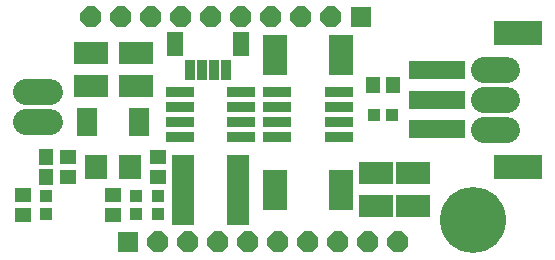
<source format=gts>
G04 EAGLE Gerber RS-274X export*
G75*
%MOMM*%
%FSLAX34Y34*%
%LPD*%
%INSoldermask Top*%
%IPPOS*%
%AMOC8*
5,1,8,0,0,1.08239X$1,22.5*%
G01*
%ADD10R,4.754000X1.554000*%
%ADD11R,4.154000X2.054000*%
%ADD12C,2.235200*%
%ADD13R,1.254000X1.354000*%
%ADD14R,2.954000X1.854000*%
%ADD15R,1.654000X2.354000*%
%ADD16R,1.854000X5.954000*%
%ADD17R,2.454000X0.854000*%
%ADD18R,1.354000X1.254000*%
%ADD19R,1.854000X2.057000*%
%ADD20R,2.054000X3.454000*%
%ADD21R,1.054000X1.054000*%
%ADD22R,0.854000X1.804000*%
%ADD23R,1.454000X2.054000*%
%ADD24R,1.778000X1.778000*%
%ADD25P,1.924489X8X112.500000*%
%ADD26P,1.924489X8X292.500000*%
%ADD27C,5.588000*%


D10*
X363350Y133350D03*
X363350Y158350D03*
X363350Y108350D03*
D11*
X431350Y190350D03*
X431350Y76350D03*
D12*
X422656Y133350D02*
X402844Y133350D01*
X402844Y158750D02*
X422656Y158750D01*
X422656Y107950D02*
X402844Y107950D01*
D13*
X31750Y67700D03*
X31750Y84700D03*
D14*
X69850Y144750D03*
X69850Y172750D03*
X107950Y144750D03*
X107950Y172750D03*
X311150Y71150D03*
X311150Y43150D03*
X342900Y71150D03*
X342900Y43150D03*
D15*
X66900Y114300D03*
X110900Y114300D03*
D16*
X147950Y57150D03*
X194950Y57150D03*
D12*
X35306Y139700D02*
X15494Y139700D01*
X15494Y114300D02*
X35306Y114300D01*
D17*
X197450Y114300D03*
X145450Y114300D03*
X197450Y101600D03*
X197450Y127000D03*
X197450Y139700D03*
X145450Y101600D03*
X145450Y127000D03*
X145450Y139700D03*
X280000Y114300D03*
X228000Y114300D03*
X280000Y101600D03*
X280000Y127000D03*
X280000Y139700D03*
X228000Y101600D03*
X228000Y127000D03*
X228000Y139700D03*
D18*
X50800Y67700D03*
X50800Y84700D03*
D19*
X74680Y76200D03*
X103120Y76200D03*
D20*
X282000Y171450D03*
X226000Y171450D03*
X226000Y57150D03*
X282000Y57150D03*
D21*
X107950Y51950D03*
X107950Y36950D03*
X127000Y51950D03*
X127000Y36950D03*
X325000Y120650D03*
X310000Y120650D03*
X31750Y36950D03*
X31750Y51950D03*
D18*
X88900Y52950D03*
X88900Y35950D03*
X127000Y67700D03*
X127000Y84700D03*
D13*
X309000Y146050D03*
X326000Y146050D03*
D18*
X12700Y52950D03*
X12700Y35950D03*
D22*
X154150Y158750D03*
X164150Y158750D03*
X174150Y158750D03*
X184150Y158750D03*
D23*
X197150Y181000D03*
X141470Y181000D03*
D24*
X101600Y12700D03*
D25*
X127000Y12700D03*
X152400Y12700D03*
X177800Y12700D03*
X203200Y12700D03*
X228600Y12700D03*
X254000Y12700D03*
X279400Y12700D03*
X304800Y12700D03*
X330200Y12700D03*
D24*
X298450Y203200D03*
D26*
X273050Y203200D03*
X247650Y203200D03*
X222250Y203200D03*
X196850Y203200D03*
X171450Y203200D03*
X146050Y203200D03*
X120650Y203200D03*
X95250Y203200D03*
X69850Y203200D03*
D27*
X393700Y31750D03*
M02*

</source>
